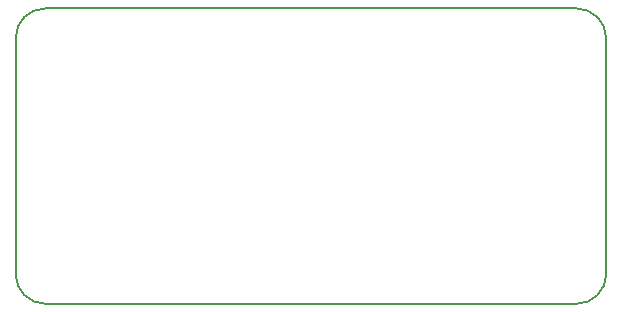
<source format=gko>
G04 DipTrace 2.4.0.2*
%INBoardOutline.gbr*%
%MOIN*%
%ADD11C,0.0055*%
%FSLAX44Y44*%
G04*
G70*
G90*
G75*
G01*
%LNBoardOutline*%
%LPD*%
X4921Y3937D2*
D11*
X22638D1*
G03X23622Y4921I0J984D01*
G01*
Y12795D1*
G03X22638Y13780I-984J0D01*
G01*
X4921D1*
G03X3937Y12795I0J-984D01*
G01*
Y4921D1*
G03X4921Y3937I984J0D01*
G01*
M02*

</source>
